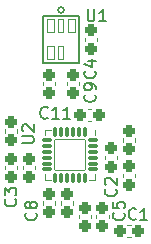
<source format=gto>
G04 #@! TF.GenerationSoftware,KiCad,Pcbnew,7.0.7*
G04 #@! TF.CreationDate,2023-09-24T13:34:41+10:00*
G04 #@! TF.ProjectId,fyp_breakout,6679705f-6272-4656-916b-6f75742e6b69,rev?*
G04 #@! TF.SameCoordinates,Original*
G04 #@! TF.FileFunction,Legend,Top*
G04 #@! TF.FilePolarity,Positive*
%FSLAX46Y46*%
G04 Gerber Fmt 4.6, Leading zero omitted, Abs format (unit mm)*
G04 Created by KiCad (PCBNEW 7.0.7) date 2023-09-24 13:34:41*
%MOMM*%
%LPD*%
G01*
G04 APERTURE LIST*
G04 Aperture macros list*
%AMRoundRect*
0 Rectangle with rounded corners*
0 $1 Rounding radius*
0 $2 $3 $4 $5 $6 $7 $8 $9 X,Y pos of 4 corners*
0 Add a 4 corners polygon primitive as box body*
4,1,4,$2,$3,$4,$5,$6,$7,$8,$9,$2,$3,0*
0 Add four circle primitives for the rounded corners*
1,1,$1+$1,$2,$3*
1,1,$1+$1,$4,$5*
1,1,$1+$1,$6,$7*
1,1,$1+$1,$8,$9*
0 Add four rect primitives between the rounded corners*
20,1,$1+$1,$2,$3,$4,$5,0*
20,1,$1+$1,$4,$5,$6,$7,0*
20,1,$1+$1,$6,$7,$8,$9,0*
20,1,$1+$1,$8,$9,$2,$3,0*%
%AMFreePoly0*
4,1,14,0.418470,0.337870,0.542870,0.213470,0.554000,0.186600,0.554000,-0.311000,0.542870,-0.337870,0.516000,-0.349000,-0.516000,-0.349000,-0.542870,-0.337870,-0.554000,-0.311000,-0.554000,0.311000,-0.542870,0.337870,-0.516000,0.349000,0.391600,0.349000,0.418470,0.337870,0.418470,0.337870,$1*%
G04 Aperture macros list end*
%ADD10C,0.150000*%
%ADD11C,0.160000*%
%ADD12C,0.120000*%
%ADD13RoundRect,0.263000X-0.250000X0.225000X-0.250000X-0.225000X0.250000X-0.225000X0.250000X0.225000X0*%
%ADD14RoundRect,0.263000X0.250000X-0.225000X0.250000X0.225000X-0.250000X0.225000X-0.250000X-0.225000X0*%
%ADD15C,3.276000*%
%ADD16RoundRect,0.263000X-0.225000X-0.250000X0.225000X-0.250000X0.225000X0.250000X-0.225000X0.250000X0*%
%ADD17RoundRect,0.038000X-0.311000X0.516000X-0.311000X-0.516000X0.311000X-0.516000X0.311000X0.516000X0*%
%ADD18RoundRect,0.038000X-0.250000X0.516000X-0.250000X-0.516000X0.250000X-0.516000X0.250000X0.516000X0*%
%ADD19FreePoly0,270.000000*%
%ADD20RoundRect,0.100500X-0.062500X0.350000X-0.062500X-0.350000X0.062500X-0.350000X0.062500X0.350000X0*%
%ADD21RoundRect,0.100500X-0.350000X0.062500X-0.350000X-0.062500X0.350000X-0.062500X0.350000X0.062500X0*%
%ADD22RoundRect,0.038000X-1.300000X1.300000X-1.300000X-1.300000X1.300000X-1.300000X1.300000X1.300000X0*%
%ADD23RoundRect,0.238000X0.200000X0.450000X-0.200000X0.450000X-0.200000X-0.450000X0.200000X-0.450000X0*%
%ADD24O,0.876000X1.376000*%
G04 APERTURE END LIST*
D10*
X149539580Y-112916666D02*
X149587200Y-112964285D01*
X149587200Y-112964285D02*
X149634819Y-113107142D01*
X149634819Y-113107142D02*
X149634819Y-113202380D01*
X149634819Y-113202380D02*
X149587200Y-113345237D01*
X149587200Y-113345237D02*
X149491961Y-113440475D01*
X149491961Y-113440475D02*
X149396723Y-113488094D01*
X149396723Y-113488094D02*
X149206247Y-113535713D01*
X149206247Y-113535713D02*
X149063390Y-113535713D01*
X149063390Y-113535713D02*
X148872914Y-113488094D01*
X148872914Y-113488094D02*
X148777676Y-113440475D01*
X148777676Y-113440475D02*
X148682438Y-113345237D01*
X148682438Y-113345237D02*
X148634819Y-113202380D01*
X148634819Y-113202380D02*
X148634819Y-113107142D01*
X148634819Y-113107142D02*
X148682438Y-112964285D01*
X148682438Y-112964285D02*
X148730057Y-112916666D01*
X148634819Y-112011904D02*
X148634819Y-112488094D01*
X148634819Y-112488094D02*
X149111009Y-112535713D01*
X149111009Y-112535713D02*
X149063390Y-112488094D01*
X149063390Y-112488094D02*
X149015771Y-112392856D01*
X149015771Y-112392856D02*
X149015771Y-112154761D01*
X149015771Y-112154761D02*
X149063390Y-112059523D01*
X149063390Y-112059523D02*
X149111009Y-112011904D01*
X149111009Y-112011904D02*
X149206247Y-111964285D01*
X149206247Y-111964285D02*
X149444342Y-111964285D01*
X149444342Y-111964285D02*
X149539580Y-112011904D01*
X149539580Y-112011904D02*
X149587200Y-112059523D01*
X149587200Y-112059523D02*
X149634819Y-112154761D01*
X149634819Y-112154761D02*
X149634819Y-112392856D01*
X149634819Y-112392856D02*
X149587200Y-112488094D01*
X149587200Y-112488094D02*
X149539580Y-112535713D01*
X140359580Y-111766666D02*
X140407200Y-111814285D01*
X140407200Y-111814285D02*
X140454819Y-111957142D01*
X140454819Y-111957142D02*
X140454819Y-112052380D01*
X140454819Y-112052380D02*
X140407200Y-112195237D01*
X140407200Y-112195237D02*
X140311961Y-112290475D01*
X140311961Y-112290475D02*
X140216723Y-112338094D01*
X140216723Y-112338094D02*
X140026247Y-112385713D01*
X140026247Y-112385713D02*
X139883390Y-112385713D01*
X139883390Y-112385713D02*
X139692914Y-112338094D01*
X139692914Y-112338094D02*
X139597676Y-112290475D01*
X139597676Y-112290475D02*
X139502438Y-112195237D01*
X139502438Y-112195237D02*
X139454819Y-112052380D01*
X139454819Y-112052380D02*
X139454819Y-111957142D01*
X139454819Y-111957142D02*
X139502438Y-111814285D01*
X139502438Y-111814285D02*
X139550057Y-111766666D01*
X139454819Y-111433332D02*
X139454819Y-110814285D01*
X139454819Y-110814285D02*
X139835771Y-111147618D01*
X139835771Y-111147618D02*
X139835771Y-111004761D01*
X139835771Y-111004761D02*
X139883390Y-110909523D01*
X139883390Y-110909523D02*
X139931009Y-110861904D01*
X139931009Y-110861904D02*
X140026247Y-110814285D01*
X140026247Y-110814285D02*
X140264342Y-110814285D01*
X140264342Y-110814285D02*
X140359580Y-110861904D01*
X140359580Y-110861904D02*
X140407200Y-110909523D01*
X140407200Y-110909523D02*
X140454819Y-111004761D01*
X140454819Y-111004761D02*
X140454819Y-111290475D01*
X140454819Y-111290475D02*
X140407200Y-111385713D01*
X140407200Y-111385713D02*
X140359580Y-111433332D01*
X148859580Y-110916666D02*
X148907200Y-110964285D01*
X148907200Y-110964285D02*
X148954819Y-111107142D01*
X148954819Y-111107142D02*
X148954819Y-111202380D01*
X148954819Y-111202380D02*
X148907200Y-111345237D01*
X148907200Y-111345237D02*
X148811961Y-111440475D01*
X148811961Y-111440475D02*
X148716723Y-111488094D01*
X148716723Y-111488094D02*
X148526247Y-111535713D01*
X148526247Y-111535713D02*
X148383390Y-111535713D01*
X148383390Y-111535713D02*
X148192914Y-111488094D01*
X148192914Y-111488094D02*
X148097676Y-111440475D01*
X148097676Y-111440475D02*
X148002438Y-111345237D01*
X148002438Y-111345237D02*
X147954819Y-111202380D01*
X147954819Y-111202380D02*
X147954819Y-111107142D01*
X147954819Y-111107142D02*
X148002438Y-110964285D01*
X148002438Y-110964285D02*
X148050057Y-110916666D01*
X148050057Y-110535713D02*
X148002438Y-110488094D01*
X148002438Y-110488094D02*
X147954819Y-110392856D01*
X147954819Y-110392856D02*
X147954819Y-110154761D01*
X147954819Y-110154761D02*
X148002438Y-110059523D01*
X148002438Y-110059523D02*
X148050057Y-110011904D01*
X148050057Y-110011904D02*
X148145295Y-109964285D01*
X148145295Y-109964285D02*
X148240533Y-109964285D01*
X148240533Y-109964285D02*
X148383390Y-110011904D01*
X148383390Y-110011904D02*
X148954819Y-110583332D01*
X148954819Y-110583332D02*
X148954819Y-109964285D01*
X143107142Y-104859580D02*
X143059523Y-104907200D01*
X143059523Y-104907200D02*
X142916666Y-104954819D01*
X142916666Y-104954819D02*
X142821428Y-104954819D01*
X142821428Y-104954819D02*
X142678571Y-104907200D01*
X142678571Y-104907200D02*
X142583333Y-104811961D01*
X142583333Y-104811961D02*
X142535714Y-104716723D01*
X142535714Y-104716723D02*
X142488095Y-104526247D01*
X142488095Y-104526247D02*
X142488095Y-104383390D01*
X142488095Y-104383390D02*
X142535714Y-104192914D01*
X142535714Y-104192914D02*
X142583333Y-104097676D01*
X142583333Y-104097676D02*
X142678571Y-104002438D01*
X142678571Y-104002438D02*
X142821428Y-103954819D01*
X142821428Y-103954819D02*
X142916666Y-103954819D01*
X142916666Y-103954819D02*
X143059523Y-104002438D01*
X143059523Y-104002438D02*
X143107142Y-104050057D01*
X144059523Y-104954819D02*
X143488095Y-104954819D01*
X143773809Y-104954819D02*
X143773809Y-103954819D01*
X143773809Y-103954819D02*
X143678571Y-104097676D01*
X143678571Y-104097676D02*
X143583333Y-104192914D01*
X143583333Y-104192914D02*
X143488095Y-104240533D01*
X145011904Y-104954819D02*
X144440476Y-104954819D01*
X144726190Y-104954819D02*
X144726190Y-103954819D01*
X144726190Y-103954819D02*
X144630952Y-104097676D01*
X144630952Y-104097676D02*
X144535714Y-104192914D01*
X144535714Y-104192914D02*
X144440476Y-104240533D01*
X147109580Y-100916666D02*
X147157200Y-100964285D01*
X147157200Y-100964285D02*
X147204819Y-101107142D01*
X147204819Y-101107142D02*
X147204819Y-101202380D01*
X147204819Y-101202380D02*
X147157200Y-101345237D01*
X147157200Y-101345237D02*
X147061961Y-101440475D01*
X147061961Y-101440475D02*
X146966723Y-101488094D01*
X146966723Y-101488094D02*
X146776247Y-101535713D01*
X146776247Y-101535713D02*
X146633390Y-101535713D01*
X146633390Y-101535713D02*
X146442914Y-101488094D01*
X146442914Y-101488094D02*
X146347676Y-101440475D01*
X146347676Y-101440475D02*
X146252438Y-101345237D01*
X146252438Y-101345237D02*
X146204819Y-101202380D01*
X146204819Y-101202380D02*
X146204819Y-101107142D01*
X146204819Y-101107142D02*
X146252438Y-100964285D01*
X146252438Y-100964285D02*
X146300057Y-100916666D01*
X146538152Y-100059523D02*
X147204819Y-100059523D01*
X146157200Y-100297618D02*
X146871485Y-100535713D01*
X146871485Y-100535713D02*
X146871485Y-99916666D01*
D11*
X146488095Y-95704299D02*
X146488095Y-96513822D01*
X146488095Y-96513822D02*
X146535714Y-96609060D01*
X146535714Y-96609060D02*
X146583333Y-96656680D01*
X146583333Y-96656680D02*
X146678571Y-96704299D01*
X146678571Y-96704299D02*
X146869047Y-96704299D01*
X146869047Y-96704299D02*
X146964285Y-96656680D01*
X146964285Y-96656680D02*
X147011904Y-96609060D01*
X147011904Y-96609060D02*
X147059523Y-96513822D01*
X147059523Y-96513822D02*
X147059523Y-95704299D01*
X148059523Y-96704299D02*
X147488095Y-96704299D01*
X147773809Y-96704299D02*
X147773809Y-95704299D01*
X147773809Y-95704299D02*
X147678571Y-95847156D01*
X147678571Y-95847156D02*
X147583333Y-95942394D01*
X147583333Y-95942394D02*
X147488095Y-95990013D01*
D10*
X140954819Y-107011904D02*
X141764342Y-107011904D01*
X141764342Y-107011904D02*
X141859580Y-106964285D01*
X141859580Y-106964285D02*
X141907200Y-106916666D01*
X141907200Y-106916666D02*
X141954819Y-106821428D01*
X141954819Y-106821428D02*
X141954819Y-106630952D01*
X141954819Y-106630952D02*
X141907200Y-106535714D01*
X141907200Y-106535714D02*
X141859580Y-106488095D01*
X141859580Y-106488095D02*
X141764342Y-106440476D01*
X141764342Y-106440476D02*
X140954819Y-106440476D01*
X141050057Y-106011904D02*
X141002438Y-105964285D01*
X141002438Y-105964285D02*
X140954819Y-105869047D01*
X140954819Y-105869047D02*
X140954819Y-105630952D01*
X140954819Y-105630952D02*
X141002438Y-105535714D01*
X141002438Y-105535714D02*
X141050057Y-105488095D01*
X141050057Y-105488095D02*
X141145295Y-105440476D01*
X141145295Y-105440476D02*
X141240533Y-105440476D01*
X141240533Y-105440476D02*
X141383390Y-105488095D01*
X141383390Y-105488095D02*
X141954819Y-106059523D01*
X141954819Y-106059523D02*
X141954819Y-105440476D01*
X142109580Y-112916666D02*
X142157200Y-112964285D01*
X142157200Y-112964285D02*
X142204819Y-113107142D01*
X142204819Y-113107142D02*
X142204819Y-113202380D01*
X142204819Y-113202380D02*
X142157200Y-113345237D01*
X142157200Y-113345237D02*
X142061961Y-113440475D01*
X142061961Y-113440475D02*
X141966723Y-113488094D01*
X141966723Y-113488094D02*
X141776247Y-113535713D01*
X141776247Y-113535713D02*
X141633390Y-113535713D01*
X141633390Y-113535713D02*
X141442914Y-113488094D01*
X141442914Y-113488094D02*
X141347676Y-113440475D01*
X141347676Y-113440475D02*
X141252438Y-113345237D01*
X141252438Y-113345237D02*
X141204819Y-113202380D01*
X141204819Y-113202380D02*
X141204819Y-113107142D01*
X141204819Y-113107142D02*
X141252438Y-112964285D01*
X141252438Y-112964285D02*
X141300057Y-112916666D01*
X141633390Y-112345237D02*
X141585771Y-112440475D01*
X141585771Y-112440475D02*
X141538152Y-112488094D01*
X141538152Y-112488094D02*
X141442914Y-112535713D01*
X141442914Y-112535713D02*
X141395295Y-112535713D01*
X141395295Y-112535713D02*
X141300057Y-112488094D01*
X141300057Y-112488094D02*
X141252438Y-112440475D01*
X141252438Y-112440475D02*
X141204819Y-112345237D01*
X141204819Y-112345237D02*
X141204819Y-112154761D01*
X141204819Y-112154761D02*
X141252438Y-112059523D01*
X141252438Y-112059523D02*
X141300057Y-112011904D01*
X141300057Y-112011904D02*
X141395295Y-111964285D01*
X141395295Y-111964285D02*
X141442914Y-111964285D01*
X141442914Y-111964285D02*
X141538152Y-112011904D01*
X141538152Y-112011904D02*
X141585771Y-112059523D01*
X141585771Y-112059523D02*
X141633390Y-112154761D01*
X141633390Y-112154761D02*
X141633390Y-112345237D01*
X141633390Y-112345237D02*
X141681009Y-112440475D01*
X141681009Y-112440475D02*
X141728628Y-112488094D01*
X141728628Y-112488094D02*
X141823866Y-112535713D01*
X141823866Y-112535713D02*
X142014342Y-112535713D01*
X142014342Y-112535713D02*
X142109580Y-112488094D01*
X142109580Y-112488094D02*
X142157200Y-112440475D01*
X142157200Y-112440475D02*
X142204819Y-112345237D01*
X142204819Y-112345237D02*
X142204819Y-112154761D01*
X142204819Y-112154761D02*
X142157200Y-112059523D01*
X142157200Y-112059523D02*
X142109580Y-112011904D01*
X142109580Y-112011904D02*
X142014342Y-111964285D01*
X142014342Y-111964285D02*
X141823866Y-111964285D01*
X141823866Y-111964285D02*
X141728628Y-112011904D01*
X141728628Y-112011904D02*
X141681009Y-112059523D01*
X141681009Y-112059523D02*
X141633390Y-112154761D01*
X147109580Y-102916666D02*
X147157200Y-102964285D01*
X147157200Y-102964285D02*
X147204819Y-103107142D01*
X147204819Y-103107142D02*
X147204819Y-103202380D01*
X147204819Y-103202380D02*
X147157200Y-103345237D01*
X147157200Y-103345237D02*
X147061961Y-103440475D01*
X147061961Y-103440475D02*
X146966723Y-103488094D01*
X146966723Y-103488094D02*
X146776247Y-103535713D01*
X146776247Y-103535713D02*
X146633390Y-103535713D01*
X146633390Y-103535713D02*
X146442914Y-103488094D01*
X146442914Y-103488094D02*
X146347676Y-103440475D01*
X146347676Y-103440475D02*
X146252438Y-103345237D01*
X146252438Y-103345237D02*
X146204819Y-103202380D01*
X146204819Y-103202380D02*
X146204819Y-103107142D01*
X146204819Y-103107142D02*
X146252438Y-102964285D01*
X146252438Y-102964285D02*
X146300057Y-102916666D01*
X147204819Y-102440475D02*
X147204819Y-102249999D01*
X147204819Y-102249999D02*
X147157200Y-102154761D01*
X147157200Y-102154761D02*
X147109580Y-102107142D01*
X147109580Y-102107142D02*
X146966723Y-102011904D01*
X146966723Y-102011904D02*
X146776247Y-101964285D01*
X146776247Y-101964285D02*
X146395295Y-101964285D01*
X146395295Y-101964285D02*
X146300057Y-102011904D01*
X146300057Y-102011904D02*
X146252438Y-102059523D01*
X146252438Y-102059523D02*
X146204819Y-102154761D01*
X146204819Y-102154761D02*
X146204819Y-102345237D01*
X146204819Y-102345237D02*
X146252438Y-102440475D01*
X146252438Y-102440475D02*
X146300057Y-102488094D01*
X146300057Y-102488094D02*
X146395295Y-102535713D01*
X146395295Y-102535713D02*
X146633390Y-102535713D01*
X146633390Y-102535713D02*
X146728628Y-102488094D01*
X146728628Y-102488094D02*
X146776247Y-102440475D01*
X146776247Y-102440475D02*
X146823866Y-102345237D01*
X146823866Y-102345237D02*
X146823866Y-102154761D01*
X146823866Y-102154761D02*
X146776247Y-102059523D01*
X146776247Y-102059523D02*
X146728628Y-102011904D01*
X146728628Y-102011904D02*
X146633390Y-101964285D01*
X150583333Y-113429580D02*
X150535714Y-113477200D01*
X150535714Y-113477200D02*
X150392857Y-113524819D01*
X150392857Y-113524819D02*
X150297619Y-113524819D01*
X150297619Y-113524819D02*
X150154762Y-113477200D01*
X150154762Y-113477200D02*
X150059524Y-113381961D01*
X150059524Y-113381961D02*
X150011905Y-113286723D01*
X150011905Y-113286723D02*
X149964286Y-113096247D01*
X149964286Y-113096247D02*
X149964286Y-112953390D01*
X149964286Y-112953390D02*
X150011905Y-112762914D01*
X150011905Y-112762914D02*
X150059524Y-112667676D01*
X150059524Y-112667676D02*
X150154762Y-112572438D01*
X150154762Y-112572438D02*
X150297619Y-112524819D01*
X150297619Y-112524819D02*
X150392857Y-112524819D01*
X150392857Y-112524819D02*
X150535714Y-112572438D01*
X150535714Y-112572438D02*
X150583333Y-112620057D01*
X151535714Y-113524819D02*
X150964286Y-113524819D01*
X151250000Y-113524819D02*
X151250000Y-112524819D01*
X151250000Y-112524819D02*
X151154762Y-112667676D01*
X151154762Y-112667676D02*
X151059524Y-112762914D01*
X151059524Y-112762914D02*
X150964286Y-112810533D01*
D12*
X148260000Y-113109420D02*
X148260000Y-113390580D01*
X147240000Y-113109420D02*
X147240000Y-113390580D01*
X150510000Y-106609420D02*
X150510000Y-106890580D01*
X149490000Y-106609420D02*
X149490000Y-106890580D01*
X140990000Y-109240580D02*
X140990000Y-108959420D01*
X142010000Y-109240580D02*
X142010000Y-108959420D01*
X149010000Y-108109420D02*
X149010000Y-108390580D01*
X147990000Y-108109420D02*
X147990000Y-108390580D01*
X146509420Y-104090000D02*
X146790580Y-104090000D01*
X146509420Y-105110000D02*
X146790580Y-105110000D01*
X147260000Y-98109420D02*
X147260000Y-98390580D01*
X146240000Y-98109420D02*
X146240000Y-98390580D01*
X143760000Y-101859420D02*
X143760000Y-102140580D01*
X142740000Y-101859420D02*
X142740000Y-102140580D01*
X149490000Y-109890580D02*
X149490000Y-109609420D01*
X150510000Y-109890580D02*
X150510000Y-109609420D01*
D11*
X145750000Y-96250000D02*
X142750000Y-96250000D01*
X142750000Y-96250000D02*
X142750000Y-100250000D01*
X142750000Y-100250000D02*
X145750000Y-100250000D01*
X145750000Y-100250000D02*
X145750000Y-96250000D01*
X144500000Y-95750000D02*
G75*
G03*
X144500000Y-95750000I-250000J0D01*
G01*
D12*
X139490000Y-109240580D02*
X139490000Y-108959420D01*
X140510000Y-109240580D02*
X140510000Y-108959420D01*
X139490000Y-106140580D02*
X139490000Y-105859420D01*
X140510000Y-106140580D02*
X140510000Y-105859420D01*
X142890000Y-105890000D02*
X143365000Y-105890000D01*
X147110000Y-106365000D02*
X147110000Y-105890000D01*
X142890000Y-106365000D02*
X142890000Y-105890000D01*
X147110000Y-109635000D02*
X147110000Y-110110000D01*
X142890000Y-109635000D02*
X142890000Y-110110000D01*
X147110000Y-110110000D02*
X146635000Y-110110000D01*
X142890000Y-110110000D02*
X143365000Y-110110000D01*
X145260000Y-111959420D02*
X145260000Y-112240580D01*
X144240000Y-111959420D02*
X144240000Y-112240580D01*
X146760000Y-113109420D02*
X146760000Y-113390580D01*
X145740000Y-113109420D02*
X145740000Y-113390580D01*
X143760000Y-111959420D02*
X143760000Y-112240580D01*
X142740000Y-111959420D02*
X142740000Y-112240580D01*
X145760000Y-101859420D02*
X145760000Y-102140580D01*
X144740000Y-101859420D02*
X144740000Y-102140580D01*
X149859420Y-113990000D02*
X150140580Y-113990000D01*
X149859420Y-115010000D02*
X150140580Y-115010000D01*
%LPC*%
D13*
X147750000Y-112475000D03*
X147750000Y-114025000D03*
X150000000Y-105975000D03*
X150000000Y-107525000D03*
D14*
X141500000Y-109875000D03*
X141500000Y-108325000D03*
D13*
X148500000Y-107475000D03*
X148500000Y-109025000D03*
D15*
X141500000Y-118000000D03*
D16*
X145875000Y-104600000D03*
X147425000Y-104600000D03*
D13*
X146750000Y-97475000D03*
X146750000Y-99025000D03*
X143250000Y-101225000D03*
X143250000Y-102775000D03*
D14*
X150000000Y-110525000D03*
X150000000Y-108975000D03*
D17*
X145134000Y-97146000D03*
D18*
X144250000Y-97146000D03*
D17*
X143366000Y-97146000D03*
X143366000Y-99354000D03*
D18*
X144250000Y-99354000D03*
D19*
X145134000Y-99354000D03*
D14*
X140000000Y-109875000D03*
X140000000Y-108325000D03*
X140000000Y-106775000D03*
X140000000Y-105225000D03*
D20*
X146250000Y-106062500D03*
X145750000Y-106062500D03*
X145250000Y-106062500D03*
X144750000Y-106062500D03*
X144250000Y-106062500D03*
X143750000Y-106062500D03*
D21*
X143062500Y-106750000D03*
X143062500Y-107250000D03*
X143062500Y-107750000D03*
X143062500Y-108250000D03*
X143062500Y-108750000D03*
X143062500Y-109250000D03*
D20*
X143750000Y-109937500D03*
X144250000Y-109937500D03*
X144750000Y-109937500D03*
X145250000Y-109937500D03*
X145750000Y-109937500D03*
X146250000Y-109937500D03*
D21*
X146937500Y-109250000D03*
X146937500Y-108750000D03*
X146937500Y-108250000D03*
X146937500Y-107750000D03*
X146937500Y-107250000D03*
X146937500Y-106750000D03*
D22*
X145000000Y-108000000D03*
D13*
X144750000Y-111325000D03*
X144750000Y-112875000D03*
X146250000Y-112475000D03*
X146250000Y-114025000D03*
X143250000Y-111325000D03*
X143250000Y-112875000D03*
X145250000Y-101225000D03*
X145250000Y-102775000D03*
D16*
X149225000Y-114500000D03*
X150775000Y-114500000D03*
D23*
X150375000Y-116800000D03*
D24*
X149125000Y-116800000D03*
X147875000Y-116800000D03*
X146625000Y-116800000D03*
%LPD*%
M02*

</source>
